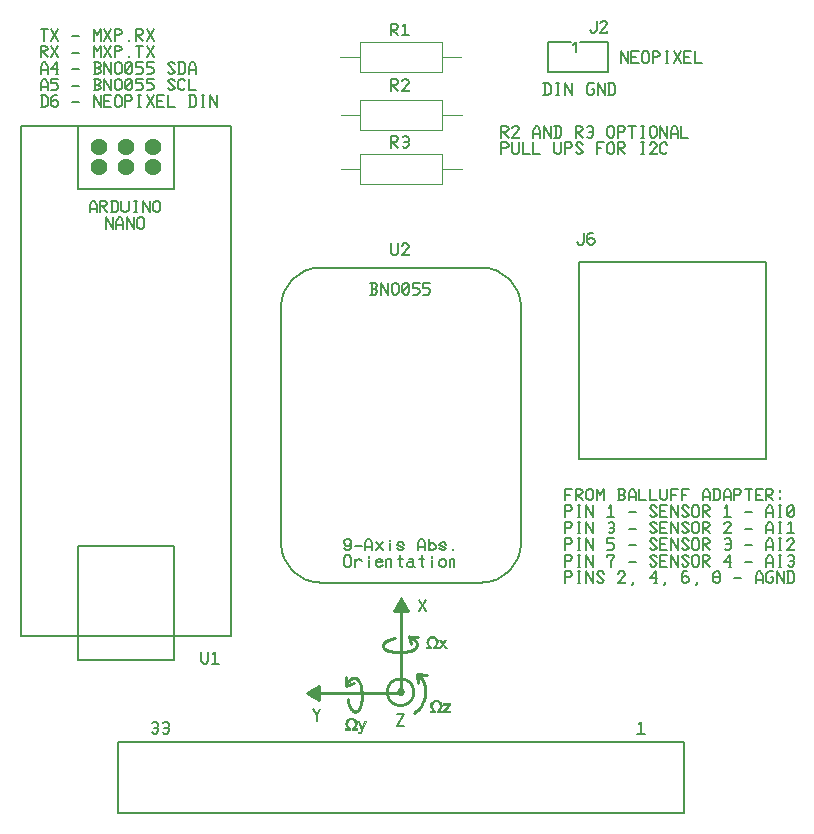
<source format=gbr>
G04 Generated by Ultiboard 14.1 *
%FSLAX24Y24*%
%MOIN*%

%ADD10C,0.0001*%
%ADD11C,0.0061*%
%ADD12C,0.0080*%
%ADD13C,0.0001*%
%ADD14C,0.0100*%
%ADD15C,0.0039*%
%ADD16C,0.02702*%
%ADD17C,0.05657*%


G04 ColorRGB FFFF00 for the following layer *
%LNSilkscreen Top*%
%LPD*%
G54D10*
G54D11*
X22071Y3661D02*
X22149Y3740D01*
X22149Y3347D01*
X22032Y3347D02*
X22267Y3347D01*
X5866Y3701D02*
X5905Y3740D01*
X5984Y3740D01*
X6062Y3661D01*
X6062Y3583D01*
X6023Y3543D01*
X6062Y3504D01*
X6062Y3425D01*
X5984Y3347D01*
X5905Y3347D01*
X5866Y3386D01*
X5905Y3543D02*
X6023Y3543D01*
X6219Y3701D02*
X6258Y3740D01*
X6337Y3740D01*
X6415Y3661D01*
X6415Y3583D01*
X6376Y3543D01*
X6415Y3504D01*
X6415Y3425D01*
X6337Y3347D01*
X6258Y3347D01*
X6219Y3386D01*
X6258Y3543D02*
X6376Y3543D01*
X18899Y24627D02*
X19056Y24627D01*
X19134Y24706D01*
X19134Y24942D01*
X19056Y25021D01*
X18899Y25021D01*
X18938Y25021D02*
X18938Y24627D01*
X19330Y24627D02*
X19409Y24627D01*
X19330Y25021D02*
X19409Y25021D01*
X19370Y24627D02*
X19370Y25021D01*
X19605Y24627D02*
X19605Y25021D01*
X19840Y24627D01*
X19840Y25021D01*
X20506Y24824D02*
X20584Y24824D01*
X20584Y24706D01*
X20506Y24627D01*
X20428Y24627D01*
X20349Y24706D01*
X20349Y24942D01*
X20428Y25021D01*
X20584Y25021D01*
X20702Y24627D02*
X20702Y25021D01*
X20937Y24627D01*
X20937Y25021D01*
X21055Y24627D02*
X21211Y24627D01*
X21290Y24706D01*
X21290Y24942D01*
X21211Y25021D01*
X21055Y25021D01*
X21094Y25021D02*
X21094Y24627D01*
X21479Y25697D02*
X21479Y26091D01*
X21714Y25697D01*
X21714Y26091D01*
X22067Y25697D02*
X21832Y25697D01*
X21832Y25894D01*
X21832Y26091D01*
X22067Y26091D01*
X21832Y25894D02*
X21989Y25894D01*
X22185Y25776D02*
X22263Y25697D01*
X22341Y25697D01*
X22420Y25776D01*
X22420Y26012D01*
X22341Y26091D01*
X22263Y26091D01*
X22185Y26012D01*
X22185Y25776D01*
X22537Y25697D02*
X22537Y26091D01*
X22694Y26091D01*
X22773Y26012D01*
X22773Y25973D01*
X22694Y25894D01*
X22537Y25894D01*
X22969Y25697D02*
X23047Y25697D01*
X22969Y26091D02*
X23047Y26091D01*
X23008Y25697D02*
X23008Y26091D01*
X23243Y26091D02*
X23478Y25697D01*
X23243Y25697D02*
X23478Y26091D01*
X23831Y25697D02*
X23596Y25697D01*
X23596Y25894D01*
X23596Y26091D01*
X23831Y26091D01*
X23596Y25894D02*
X23753Y25894D01*
X23948Y26091D02*
X23948Y25697D01*
X24184Y25697D01*
X19619Y11117D02*
X19619Y11511D01*
X19854Y11511D01*
X19619Y11314D02*
X19776Y11314D01*
X19972Y11117D02*
X19972Y11511D01*
X20129Y11511D01*
X20207Y11432D01*
X20207Y11393D01*
X20129Y11314D01*
X19972Y11314D01*
X20011Y11314D02*
X20207Y11117D01*
X20325Y11196D02*
X20403Y11117D01*
X20481Y11117D01*
X20560Y11196D01*
X20560Y11432D01*
X20481Y11511D01*
X20403Y11511D01*
X20325Y11432D01*
X20325Y11196D01*
X20677Y11117D02*
X20677Y11511D01*
X20795Y11314D01*
X20913Y11511D01*
X20913Y11117D01*
X21383Y11117D02*
X21540Y11117D01*
X21618Y11196D01*
X21618Y11235D01*
X21540Y11314D01*
X21618Y11393D01*
X21618Y11432D01*
X21540Y11511D01*
X21422Y11511D01*
X21383Y11511D01*
X21422Y11314D02*
X21540Y11314D01*
X21422Y11511D02*
X21422Y11117D01*
X21736Y11117D02*
X21736Y11353D01*
X21814Y11511D01*
X21893Y11511D01*
X21971Y11353D01*
X21971Y11117D01*
X21736Y11235D02*
X21971Y11235D01*
X22088Y11511D02*
X22088Y11117D01*
X22324Y11117D01*
X22441Y11511D02*
X22441Y11117D01*
X22676Y11117D01*
X22794Y11511D02*
X22794Y11196D01*
X22872Y11117D01*
X22951Y11117D01*
X23029Y11196D01*
X23029Y11511D01*
X23147Y11117D02*
X23147Y11511D01*
X23382Y11511D01*
X23147Y11314D02*
X23304Y11314D01*
X23500Y11117D02*
X23500Y11511D01*
X23735Y11511D01*
X23500Y11314D02*
X23656Y11314D01*
X24205Y11117D02*
X24205Y11353D01*
X24283Y11511D01*
X24362Y11511D01*
X24440Y11353D01*
X24440Y11117D01*
X24205Y11235D02*
X24440Y11235D01*
X24558Y11117D02*
X24715Y11117D01*
X24793Y11196D01*
X24793Y11432D01*
X24715Y11511D01*
X24558Y11511D01*
X24597Y11511D02*
X24597Y11117D01*
X24911Y11117D02*
X24911Y11353D01*
X24989Y11511D01*
X25067Y11511D01*
X25146Y11353D01*
X25146Y11117D01*
X24911Y11235D02*
X25146Y11235D01*
X25263Y11117D02*
X25263Y11511D01*
X25420Y11511D01*
X25498Y11432D01*
X25498Y11393D01*
X25420Y11314D01*
X25263Y11314D01*
X25734Y11117D02*
X25734Y11511D01*
X25616Y11511D02*
X25851Y11511D01*
X26204Y11117D02*
X25969Y11117D01*
X25969Y11314D01*
X25969Y11511D01*
X26204Y11511D01*
X25969Y11314D02*
X26126Y11314D01*
X26322Y11117D02*
X26322Y11511D01*
X26478Y11511D01*
X26557Y11432D01*
X26557Y11393D01*
X26478Y11314D01*
X26322Y11314D01*
X26361Y11314D02*
X26557Y11117D01*
X26792Y11471D02*
X26792Y11393D01*
X26792Y11156D02*
X26792Y11235D01*
X19619Y10566D02*
X19619Y10959D01*
X19776Y10959D01*
X19854Y10881D01*
X19854Y10841D01*
X19776Y10763D01*
X19619Y10763D01*
X20050Y10566D02*
X20129Y10566D01*
X20050Y10959D02*
X20129Y10959D01*
X20090Y10566D02*
X20090Y10959D01*
X20325Y10566D02*
X20325Y10959D01*
X20560Y10566D01*
X20560Y10959D01*
X21069Y10881D02*
X21148Y10959D01*
X21148Y10566D01*
X21030Y10566D02*
X21265Y10566D01*
X21736Y10723D02*
X21971Y10723D01*
X22441Y10644D02*
X22520Y10566D01*
X22598Y10566D01*
X22676Y10644D01*
X22441Y10881D01*
X22520Y10959D01*
X22598Y10959D01*
X22676Y10881D01*
X23029Y10566D02*
X22794Y10566D01*
X22794Y10763D01*
X22794Y10959D01*
X23029Y10959D01*
X22794Y10763D02*
X22951Y10763D01*
X23147Y10566D02*
X23147Y10959D01*
X23382Y10566D01*
X23382Y10959D01*
X23500Y10644D02*
X23578Y10566D01*
X23656Y10566D01*
X23735Y10644D01*
X23500Y10881D01*
X23578Y10959D01*
X23656Y10959D01*
X23735Y10881D01*
X23852Y10644D02*
X23931Y10566D01*
X24009Y10566D01*
X24087Y10644D01*
X24087Y10881D01*
X24009Y10959D01*
X23931Y10959D01*
X23852Y10881D01*
X23852Y10644D01*
X24205Y10566D02*
X24205Y10959D01*
X24362Y10959D01*
X24440Y10881D01*
X24440Y10841D01*
X24362Y10763D01*
X24205Y10763D01*
X24244Y10763D02*
X24440Y10566D01*
X24950Y10881D02*
X25028Y10959D01*
X25028Y10566D01*
X24911Y10566D02*
X25146Y10566D01*
X25616Y10723D02*
X25851Y10723D01*
X26322Y10566D02*
X26322Y10802D01*
X26400Y10959D01*
X26478Y10959D01*
X26557Y10802D01*
X26557Y10566D01*
X26322Y10684D02*
X26557Y10684D01*
X26753Y10566D02*
X26831Y10566D01*
X26753Y10959D02*
X26831Y10959D01*
X26792Y10566D02*
X26792Y10959D01*
X27027Y10881D02*
X27105Y10959D01*
X27184Y10959D01*
X27262Y10881D01*
X27262Y10644D01*
X27184Y10566D01*
X27105Y10566D01*
X27027Y10644D01*
X27027Y10881D01*
X27262Y10881D02*
X27027Y10644D01*
X19619Y10015D02*
X19619Y10408D01*
X19776Y10408D01*
X19854Y10330D01*
X19854Y10290D01*
X19776Y10211D01*
X19619Y10211D01*
X20050Y10015D02*
X20129Y10015D01*
X20050Y10408D02*
X20129Y10408D01*
X20090Y10015D02*
X20090Y10408D01*
X20325Y10015D02*
X20325Y10408D01*
X20560Y10015D01*
X20560Y10408D01*
X21069Y10369D02*
X21109Y10408D01*
X21187Y10408D01*
X21265Y10330D01*
X21265Y10251D01*
X21226Y10211D01*
X21265Y10172D01*
X21265Y10093D01*
X21187Y10015D01*
X21109Y10015D01*
X21069Y10054D01*
X21109Y10211D02*
X21226Y10211D01*
X21736Y10172D02*
X21971Y10172D01*
X22441Y10093D02*
X22520Y10015D01*
X22598Y10015D01*
X22676Y10093D01*
X22441Y10330D01*
X22520Y10408D01*
X22598Y10408D01*
X22676Y10330D01*
X23029Y10015D02*
X22794Y10015D01*
X22794Y10211D01*
X22794Y10408D01*
X23029Y10408D01*
X22794Y10211D02*
X22951Y10211D01*
X23147Y10015D02*
X23147Y10408D01*
X23382Y10015D01*
X23382Y10408D01*
X23500Y10093D02*
X23578Y10015D01*
X23656Y10015D01*
X23735Y10093D01*
X23500Y10330D01*
X23578Y10408D01*
X23656Y10408D01*
X23735Y10330D01*
X23852Y10093D02*
X23931Y10015D01*
X24009Y10015D01*
X24087Y10093D01*
X24087Y10330D01*
X24009Y10408D01*
X23931Y10408D01*
X23852Y10330D01*
X23852Y10093D01*
X24205Y10015D02*
X24205Y10408D01*
X24362Y10408D01*
X24440Y10330D01*
X24440Y10290D01*
X24362Y10211D01*
X24205Y10211D01*
X24244Y10211D02*
X24440Y10015D01*
X24911Y10330D02*
X24989Y10408D01*
X25067Y10408D01*
X25146Y10330D01*
X25146Y10290D01*
X24911Y10015D01*
X25146Y10015D01*
X25146Y10054D01*
X25616Y10172D02*
X25851Y10172D01*
X26322Y10015D02*
X26322Y10251D01*
X26400Y10408D01*
X26478Y10408D01*
X26557Y10251D01*
X26557Y10015D01*
X26322Y10133D02*
X26557Y10133D01*
X26753Y10015D02*
X26831Y10015D01*
X26753Y10408D02*
X26831Y10408D01*
X26792Y10015D02*
X26792Y10408D01*
X27066Y10330D02*
X27145Y10408D01*
X27145Y10015D01*
X27027Y10015D02*
X27262Y10015D01*
X19619Y9463D02*
X19619Y9857D01*
X19776Y9857D01*
X19854Y9778D01*
X19854Y9739D01*
X19776Y9660D01*
X19619Y9660D01*
X20050Y9463D02*
X20129Y9463D01*
X20050Y9857D02*
X20129Y9857D01*
X20090Y9463D02*
X20090Y9857D01*
X20325Y9463D02*
X20325Y9857D01*
X20560Y9463D01*
X20560Y9857D01*
X21265Y9857D02*
X21030Y9857D01*
X21030Y9700D01*
X21187Y9700D01*
X21265Y9621D01*
X21265Y9542D01*
X21187Y9463D01*
X21030Y9463D01*
X21736Y9621D02*
X21971Y9621D01*
X22441Y9542D02*
X22520Y9463D01*
X22598Y9463D01*
X22676Y9542D01*
X22441Y9778D01*
X22520Y9857D01*
X22598Y9857D01*
X22676Y9778D01*
X23029Y9463D02*
X22794Y9463D01*
X22794Y9660D01*
X22794Y9857D01*
X23029Y9857D01*
X22794Y9660D02*
X22951Y9660D01*
X23147Y9463D02*
X23147Y9857D01*
X23382Y9463D01*
X23382Y9857D01*
X23500Y9542D02*
X23578Y9463D01*
X23656Y9463D01*
X23735Y9542D01*
X23500Y9778D01*
X23578Y9857D01*
X23656Y9857D01*
X23735Y9778D01*
X23852Y9542D02*
X23931Y9463D01*
X24009Y9463D01*
X24087Y9542D01*
X24087Y9778D01*
X24009Y9857D01*
X23931Y9857D01*
X23852Y9778D01*
X23852Y9542D01*
X24205Y9463D02*
X24205Y9857D01*
X24362Y9857D01*
X24440Y9778D01*
X24440Y9739D01*
X24362Y9660D01*
X24205Y9660D01*
X24244Y9660D02*
X24440Y9463D01*
X24950Y9818D02*
X24989Y9857D01*
X25067Y9857D01*
X25146Y9778D01*
X25146Y9700D01*
X25107Y9660D01*
X25146Y9621D01*
X25146Y9542D01*
X25067Y9463D01*
X24989Y9463D01*
X24950Y9503D01*
X24989Y9660D02*
X25107Y9660D01*
X25616Y9621D02*
X25851Y9621D01*
X26322Y9463D02*
X26322Y9700D01*
X26400Y9857D01*
X26478Y9857D01*
X26557Y9700D01*
X26557Y9463D01*
X26322Y9581D02*
X26557Y9581D01*
X26753Y9463D02*
X26831Y9463D01*
X26753Y9857D02*
X26831Y9857D01*
X26792Y9463D02*
X26792Y9857D01*
X27027Y9778D02*
X27105Y9857D01*
X27184Y9857D01*
X27262Y9778D01*
X27262Y9739D01*
X27027Y9463D01*
X27262Y9463D01*
X27262Y9503D01*
X19619Y8912D02*
X19619Y9306D01*
X19776Y9306D01*
X19854Y9227D01*
X19854Y9188D01*
X19776Y9109D01*
X19619Y9109D01*
X20050Y8912D02*
X20129Y8912D01*
X20050Y9306D02*
X20129Y9306D01*
X20090Y8912D02*
X20090Y9306D01*
X20325Y8912D02*
X20325Y9306D01*
X20560Y8912D01*
X20560Y9306D01*
X21148Y8912D02*
X21148Y9109D01*
X21265Y9227D01*
X21265Y9306D01*
X21030Y9306D01*
X21030Y9227D01*
X21736Y9070D02*
X21971Y9070D01*
X22441Y8991D02*
X22520Y8912D01*
X22598Y8912D01*
X22676Y8991D01*
X22441Y9227D01*
X22520Y9306D01*
X22598Y9306D01*
X22676Y9227D01*
X23029Y8912D02*
X22794Y8912D01*
X22794Y9109D01*
X22794Y9306D01*
X23029Y9306D01*
X22794Y9109D02*
X22951Y9109D01*
X23147Y8912D02*
X23147Y9306D01*
X23382Y8912D01*
X23382Y9306D01*
X23500Y8991D02*
X23578Y8912D01*
X23656Y8912D01*
X23735Y8991D01*
X23500Y9227D01*
X23578Y9306D01*
X23656Y9306D01*
X23735Y9227D01*
X23852Y8991D02*
X23931Y8912D01*
X24009Y8912D01*
X24087Y8991D01*
X24087Y9227D01*
X24009Y9306D01*
X23931Y9306D01*
X23852Y9227D01*
X23852Y8991D01*
X24205Y8912D02*
X24205Y9306D01*
X24362Y9306D01*
X24440Y9227D01*
X24440Y9188D01*
X24362Y9109D01*
X24205Y9109D01*
X24244Y9109D02*
X24440Y8912D01*
X25146Y9070D02*
X24911Y9070D01*
X25107Y9306D01*
X25107Y8912D01*
X25067Y8912D02*
X25146Y8912D01*
X25616Y9070D02*
X25851Y9070D01*
X26322Y8912D02*
X26322Y9148D01*
X26400Y9306D01*
X26478Y9306D01*
X26557Y9148D01*
X26557Y8912D01*
X26322Y9030D02*
X26557Y9030D01*
X26753Y8912D02*
X26831Y8912D01*
X26753Y9306D02*
X26831Y9306D01*
X26792Y8912D02*
X26792Y9306D01*
X27066Y9267D02*
X27105Y9306D01*
X27184Y9306D01*
X27262Y9227D01*
X27262Y9148D01*
X27223Y9109D01*
X27262Y9070D01*
X27262Y8991D01*
X27184Y8912D01*
X27105Y8912D01*
X27066Y8952D01*
X27105Y9109D02*
X27223Y9109D01*
X19619Y8361D02*
X19619Y8755D01*
X19776Y8755D01*
X19854Y8676D01*
X19854Y8637D01*
X19776Y8558D01*
X19619Y8558D01*
X20050Y8361D02*
X20129Y8361D01*
X20050Y8755D02*
X20129Y8755D01*
X20090Y8361D02*
X20090Y8755D01*
X20325Y8361D02*
X20325Y8755D01*
X20560Y8361D01*
X20560Y8755D01*
X20677Y8440D02*
X20756Y8361D01*
X20834Y8361D01*
X20913Y8440D01*
X20677Y8676D01*
X20756Y8755D01*
X20834Y8755D01*
X20913Y8676D01*
X21383Y8676D02*
X21461Y8755D01*
X21540Y8755D01*
X21618Y8676D01*
X21618Y8637D01*
X21383Y8361D01*
X21618Y8361D01*
X21618Y8400D01*
X21893Y8400D02*
X21893Y8322D01*
X21853Y8282D01*
X22676Y8519D02*
X22441Y8519D01*
X22637Y8755D01*
X22637Y8361D01*
X22598Y8361D02*
X22676Y8361D01*
X22951Y8400D02*
X22951Y8322D01*
X22912Y8282D01*
X23695Y8755D02*
X23578Y8755D01*
X23500Y8676D01*
X23500Y8519D01*
X23500Y8440D01*
X23578Y8361D01*
X23656Y8361D01*
X23735Y8440D01*
X23735Y8519D01*
X23656Y8597D01*
X23578Y8597D01*
X23500Y8519D01*
X24009Y8400D02*
X24009Y8322D01*
X23970Y8282D01*
X24715Y8361D02*
X24636Y8361D01*
X24558Y8440D01*
X24558Y8519D01*
X24597Y8558D01*
X24558Y8597D01*
X24558Y8676D01*
X24636Y8755D01*
X24715Y8755D01*
X24793Y8676D01*
X24793Y8597D01*
X24754Y8558D01*
X24793Y8519D01*
X24793Y8440D01*
X24715Y8361D01*
X24597Y8558D02*
X24754Y8558D01*
X25263Y8519D02*
X25498Y8519D01*
X25969Y8361D02*
X25969Y8597D01*
X26047Y8755D01*
X26126Y8755D01*
X26204Y8597D01*
X26204Y8361D01*
X25969Y8479D02*
X26204Y8479D01*
X26478Y8558D02*
X26557Y8558D01*
X26557Y8440D01*
X26478Y8361D01*
X26400Y8361D01*
X26322Y8440D01*
X26322Y8676D01*
X26400Y8755D01*
X26557Y8755D01*
X26674Y8361D02*
X26674Y8755D01*
X26909Y8361D01*
X26909Y8755D01*
X27027Y8361D02*
X27184Y8361D01*
X27262Y8440D01*
X27262Y8676D01*
X27184Y8755D01*
X27027Y8755D01*
X27066Y8755D02*
X27066Y8361D01*
X17499Y23207D02*
X17499Y23601D01*
X17656Y23601D01*
X17734Y23522D01*
X17734Y23483D01*
X17656Y23404D01*
X17499Y23404D01*
X17538Y23404D02*
X17734Y23207D01*
X17852Y23522D02*
X17930Y23601D01*
X18009Y23601D01*
X18087Y23522D01*
X18087Y23483D01*
X17852Y23207D01*
X18087Y23207D01*
X18087Y23246D01*
X18557Y23207D02*
X18557Y23443D01*
X18636Y23601D01*
X18714Y23601D01*
X18793Y23443D01*
X18793Y23207D01*
X18557Y23325D02*
X18793Y23325D01*
X18910Y23207D02*
X18910Y23601D01*
X19145Y23207D01*
X19145Y23601D01*
X19263Y23207D02*
X19420Y23207D01*
X19498Y23286D01*
X19498Y23522D01*
X19420Y23601D01*
X19263Y23601D01*
X19302Y23601D02*
X19302Y23207D01*
X19968Y23207D02*
X19968Y23601D01*
X20125Y23601D01*
X20204Y23522D01*
X20204Y23483D01*
X20125Y23404D01*
X19968Y23404D01*
X20008Y23404D02*
X20204Y23207D01*
X20360Y23561D02*
X20400Y23601D01*
X20478Y23601D01*
X20556Y23522D01*
X20556Y23443D01*
X20517Y23404D01*
X20556Y23364D01*
X20556Y23286D01*
X20478Y23207D01*
X20400Y23207D01*
X20360Y23246D01*
X20400Y23404D02*
X20517Y23404D01*
X21027Y23286D02*
X21105Y23207D01*
X21184Y23207D01*
X21262Y23286D01*
X21262Y23522D01*
X21184Y23601D01*
X21105Y23601D01*
X21027Y23522D01*
X21027Y23286D01*
X21380Y23207D02*
X21380Y23601D01*
X21536Y23601D01*
X21615Y23522D01*
X21615Y23483D01*
X21536Y23404D01*
X21380Y23404D01*
X21850Y23207D02*
X21850Y23601D01*
X21732Y23601D02*
X21967Y23601D01*
X22163Y23207D02*
X22242Y23207D01*
X22163Y23601D02*
X22242Y23601D01*
X22203Y23207D02*
X22203Y23601D01*
X22438Y23286D02*
X22516Y23207D01*
X22595Y23207D01*
X22673Y23286D01*
X22673Y23522D01*
X22595Y23601D01*
X22516Y23601D01*
X22438Y23522D01*
X22438Y23286D01*
X22791Y23207D02*
X22791Y23601D01*
X23026Y23207D01*
X23026Y23601D01*
X23143Y23207D02*
X23143Y23443D01*
X23222Y23601D01*
X23300Y23601D01*
X23378Y23443D01*
X23378Y23207D01*
X23143Y23325D02*
X23378Y23325D01*
X23496Y23601D02*
X23496Y23207D01*
X23731Y23207D01*
X17499Y22656D02*
X17499Y23049D01*
X17656Y23049D01*
X17734Y22971D01*
X17734Y22931D01*
X17656Y22853D01*
X17499Y22853D01*
X17852Y23049D02*
X17852Y22734D01*
X17930Y22656D01*
X18009Y22656D01*
X18087Y22734D01*
X18087Y23049D01*
X18205Y23049D02*
X18205Y22656D01*
X18440Y22656D01*
X18557Y23049D02*
X18557Y22656D01*
X18793Y22656D01*
X19263Y23049D02*
X19263Y22734D01*
X19341Y22656D01*
X19420Y22656D01*
X19498Y22734D01*
X19498Y23049D01*
X19616Y22656D02*
X19616Y23049D01*
X19773Y23049D01*
X19851Y22971D01*
X19851Y22931D01*
X19773Y22853D01*
X19616Y22853D01*
X19968Y22734D02*
X20047Y22656D01*
X20125Y22656D01*
X20204Y22734D01*
X19968Y22971D01*
X20047Y23049D01*
X20125Y23049D01*
X20204Y22971D01*
X20674Y22656D02*
X20674Y23049D01*
X20909Y23049D01*
X20674Y22853D02*
X20831Y22853D01*
X21027Y22734D02*
X21105Y22656D01*
X21184Y22656D01*
X21262Y22734D01*
X21262Y22971D01*
X21184Y23049D01*
X21105Y23049D01*
X21027Y22971D01*
X21027Y22734D01*
X21380Y22656D02*
X21380Y23049D01*
X21536Y23049D01*
X21615Y22971D01*
X21615Y22931D01*
X21536Y22853D01*
X21380Y22853D01*
X21419Y22853D02*
X21615Y22656D01*
X22163Y22656D02*
X22242Y22656D01*
X22163Y23049D02*
X22242Y23049D01*
X22203Y22656D02*
X22203Y23049D01*
X22438Y22971D02*
X22516Y23049D01*
X22595Y23049D01*
X22673Y22971D01*
X22673Y22931D01*
X22438Y22656D01*
X22673Y22656D01*
X22673Y22695D01*
X23026Y22734D02*
X22947Y22656D01*
X22869Y22656D01*
X22791Y22734D01*
X22791Y22971D01*
X22869Y23049D01*
X22947Y23049D01*
X23026Y22971D01*
X2257Y26437D02*
X2257Y26831D01*
X2139Y26831D02*
X2374Y26831D01*
X2492Y26831D02*
X2727Y26437D01*
X2492Y26437D02*
X2727Y26831D01*
X3197Y26594D02*
X3433Y26594D01*
X3903Y26437D02*
X3903Y26831D01*
X4021Y26634D01*
X4138Y26831D01*
X4138Y26437D01*
X4256Y26831D02*
X4491Y26437D01*
X4256Y26437D02*
X4491Y26831D01*
X4608Y26437D02*
X4608Y26831D01*
X4765Y26831D01*
X4844Y26752D01*
X4844Y26713D01*
X4765Y26634D01*
X4608Y26634D01*
X5079Y26437D02*
X5079Y26476D01*
X5314Y26437D02*
X5314Y26831D01*
X5471Y26831D01*
X5549Y26752D01*
X5549Y26713D01*
X5471Y26634D01*
X5314Y26634D01*
X5353Y26634D02*
X5549Y26437D01*
X5667Y26831D02*
X5902Y26437D01*
X5667Y26437D02*
X5902Y26831D01*
X2139Y25886D02*
X2139Y26279D01*
X2296Y26279D01*
X2374Y26201D01*
X2374Y26161D01*
X2296Y26083D01*
X2139Y26083D01*
X2178Y26083D02*
X2374Y25886D01*
X2492Y26279D02*
X2727Y25886D01*
X2492Y25886D02*
X2727Y26279D01*
X3197Y26043D02*
X3433Y26043D01*
X3903Y25886D02*
X3903Y26279D01*
X4021Y26083D01*
X4138Y26279D01*
X4138Y25886D01*
X4256Y26279D02*
X4491Y25886D01*
X4256Y25886D02*
X4491Y26279D01*
X4608Y25886D02*
X4608Y26279D01*
X4765Y26279D01*
X4844Y26201D01*
X4844Y26161D01*
X4765Y26083D01*
X4608Y26083D01*
X5079Y25886D02*
X5079Y25925D01*
X5432Y25886D02*
X5432Y26279D01*
X5314Y26279D02*
X5549Y26279D01*
X5667Y26279D02*
X5902Y25886D01*
X5667Y25886D02*
X5902Y26279D01*
X2139Y25335D02*
X2139Y25571D01*
X2218Y25728D01*
X2296Y25728D01*
X2374Y25571D01*
X2374Y25335D01*
X2139Y25453D02*
X2374Y25453D01*
X2727Y25492D02*
X2492Y25492D01*
X2688Y25728D01*
X2688Y25335D01*
X2649Y25335D02*
X2727Y25335D01*
X3197Y25492D02*
X3433Y25492D01*
X3903Y25335D02*
X4060Y25335D01*
X4138Y25413D01*
X4138Y25453D01*
X4060Y25531D01*
X4138Y25610D01*
X4138Y25650D01*
X4060Y25728D01*
X3942Y25728D01*
X3903Y25728D01*
X3942Y25531D02*
X4060Y25531D01*
X3942Y25728D02*
X3942Y25335D01*
X4256Y25335D02*
X4256Y25728D01*
X4491Y25335D01*
X4491Y25728D01*
X4608Y25413D02*
X4687Y25335D01*
X4765Y25335D01*
X4844Y25413D01*
X4844Y25650D01*
X4765Y25728D01*
X4687Y25728D01*
X4608Y25650D01*
X4608Y25413D01*
X4961Y25650D02*
X5040Y25728D01*
X5118Y25728D01*
X5196Y25650D01*
X5196Y25413D01*
X5118Y25335D01*
X5040Y25335D01*
X4961Y25413D01*
X4961Y25650D01*
X5196Y25650D02*
X4961Y25413D01*
X5549Y25728D02*
X5314Y25728D01*
X5314Y25571D01*
X5471Y25571D01*
X5549Y25492D01*
X5549Y25413D01*
X5471Y25335D01*
X5314Y25335D01*
X5902Y25728D02*
X5667Y25728D01*
X5667Y25571D01*
X5824Y25571D01*
X5902Y25492D01*
X5902Y25413D01*
X5824Y25335D01*
X5667Y25335D01*
X6372Y25413D02*
X6451Y25335D01*
X6529Y25335D01*
X6607Y25413D01*
X6372Y25650D01*
X6451Y25728D01*
X6529Y25728D01*
X6607Y25650D01*
X6725Y25335D02*
X6882Y25335D01*
X6960Y25413D01*
X6960Y25650D01*
X6882Y25728D01*
X6725Y25728D01*
X6764Y25728D02*
X6764Y25335D01*
X7078Y25335D02*
X7078Y25571D01*
X7156Y25728D01*
X7235Y25728D01*
X7313Y25571D01*
X7313Y25335D01*
X7078Y25453D02*
X7313Y25453D01*
X2139Y24783D02*
X2139Y25020D01*
X2218Y25177D01*
X2296Y25177D01*
X2374Y25020D01*
X2374Y24783D01*
X2139Y24901D02*
X2374Y24901D01*
X2727Y25177D02*
X2492Y25177D01*
X2492Y25020D01*
X2649Y25020D01*
X2727Y24941D01*
X2727Y24862D01*
X2649Y24783D01*
X2492Y24783D01*
X3197Y24941D02*
X3433Y24941D01*
X3903Y24783D02*
X4060Y24783D01*
X4138Y24862D01*
X4138Y24901D01*
X4060Y24980D01*
X4138Y25059D01*
X4138Y25098D01*
X4060Y25177D01*
X3942Y25177D01*
X3903Y25177D01*
X3942Y24980D02*
X4060Y24980D01*
X3942Y25177D02*
X3942Y24783D01*
X4256Y24783D02*
X4256Y25177D01*
X4491Y24783D01*
X4491Y25177D01*
X4608Y24862D02*
X4687Y24783D01*
X4765Y24783D01*
X4844Y24862D01*
X4844Y25098D01*
X4765Y25177D01*
X4687Y25177D01*
X4608Y25098D01*
X4608Y24862D01*
X4961Y25098D02*
X5040Y25177D01*
X5118Y25177D01*
X5196Y25098D01*
X5196Y24862D01*
X5118Y24783D01*
X5040Y24783D01*
X4961Y24862D01*
X4961Y25098D01*
X5196Y25098D02*
X4961Y24862D01*
X5549Y25177D02*
X5314Y25177D01*
X5314Y25020D01*
X5471Y25020D01*
X5549Y24941D01*
X5549Y24862D01*
X5471Y24783D01*
X5314Y24783D01*
X5902Y25177D02*
X5667Y25177D01*
X5667Y25020D01*
X5824Y25020D01*
X5902Y24941D01*
X5902Y24862D01*
X5824Y24783D01*
X5667Y24783D01*
X6372Y24862D02*
X6451Y24783D01*
X6529Y24783D01*
X6607Y24862D01*
X6372Y25098D01*
X6451Y25177D01*
X6529Y25177D01*
X6607Y25098D01*
X6960Y24862D02*
X6882Y24783D01*
X6803Y24783D01*
X6725Y24862D01*
X6725Y25098D01*
X6803Y25177D01*
X6882Y25177D01*
X6960Y25098D01*
X7078Y25177D02*
X7078Y24783D01*
X7313Y24783D01*
X2139Y24232D02*
X2296Y24232D01*
X2374Y24311D01*
X2374Y24547D01*
X2296Y24626D01*
X2139Y24626D01*
X2178Y24626D02*
X2178Y24232D01*
X2688Y24626D02*
X2570Y24626D01*
X2492Y24547D01*
X2492Y24390D01*
X2492Y24311D01*
X2570Y24232D01*
X2649Y24232D01*
X2727Y24311D01*
X2727Y24390D01*
X2649Y24468D01*
X2570Y24468D01*
X2492Y24390D01*
X3197Y24390D02*
X3433Y24390D01*
X3903Y24232D02*
X3903Y24626D01*
X4138Y24232D01*
X4138Y24626D01*
X4491Y24232D02*
X4256Y24232D01*
X4256Y24429D01*
X4256Y24626D01*
X4491Y24626D01*
X4256Y24429D02*
X4413Y24429D01*
X4608Y24311D02*
X4687Y24232D01*
X4765Y24232D01*
X4844Y24311D01*
X4844Y24547D01*
X4765Y24626D01*
X4687Y24626D01*
X4608Y24547D01*
X4608Y24311D01*
X4961Y24232D02*
X4961Y24626D01*
X5118Y24626D01*
X5196Y24547D01*
X5196Y24508D01*
X5118Y24429D01*
X4961Y24429D01*
X5392Y24232D02*
X5471Y24232D01*
X5392Y24626D02*
X5471Y24626D01*
X5432Y24232D02*
X5432Y24626D01*
X5667Y24626D02*
X5902Y24232D01*
X5667Y24232D02*
X5902Y24626D01*
X6255Y24232D02*
X6020Y24232D01*
X6020Y24429D01*
X6020Y24626D01*
X6255Y24626D01*
X6020Y24429D02*
X6176Y24429D01*
X6372Y24626D02*
X6372Y24232D01*
X6607Y24232D01*
X7078Y24232D02*
X7235Y24232D01*
X7313Y24311D01*
X7313Y24547D01*
X7235Y24626D01*
X7078Y24626D01*
X7117Y24626D02*
X7117Y24232D01*
X7509Y24232D02*
X7587Y24232D01*
X7509Y24626D02*
X7587Y24626D01*
X7548Y24232D02*
X7548Y24626D01*
X7783Y24232D02*
X7783Y24626D01*
X8018Y24232D01*
X8018Y24626D01*
X11219Y4171D02*
X11337Y3974D01*
X11454Y4171D01*
X11337Y3974D02*
X11337Y3777D01*
X14019Y3991D02*
X14254Y3991D01*
X14019Y3597D01*
X14254Y3597D01*
X14739Y7811D02*
X14974Y7417D01*
X14739Y7417D02*
X14974Y7811D01*
X20436Y26793D02*
X20515Y26714D01*
X20593Y26714D01*
X20672Y26793D01*
X20672Y27108D01*
X20789Y27029D02*
X20868Y27108D01*
X20946Y27108D01*
X21024Y27029D01*
X21024Y26990D01*
X20789Y26714D01*
X21024Y26714D01*
X21024Y26754D01*
X13131Y17973D02*
X13288Y17973D01*
X13366Y18051D01*
X13366Y18091D01*
X13288Y18169D01*
X13366Y18248D01*
X13366Y18287D01*
X13288Y18366D01*
X13170Y18366D01*
X13131Y18366D01*
X13170Y18169D02*
X13288Y18169D01*
X13170Y18366D02*
X13170Y17973D01*
X13484Y17973D02*
X13484Y18366D01*
X13719Y17973D01*
X13719Y18366D01*
X13836Y18051D02*
X13915Y17973D01*
X13993Y17973D01*
X14072Y18051D01*
X14072Y18287D01*
X13993Y18366D01*
X13915Y18366D01*
X13836Y18287D01*
X13836Y18051D01*
X14189Y18287D02*
X14268Y18366D01*
X14346Y18366D01*
X14424Y18287D01*
X14424Y18051D01*
X14346Y17973D01*
X14268Y17973D01*
X14189Y18051D01*
X14189Y18287D01*
X14424Y18287D02*
X14189Y18051D01*
X14777Y18366D02*
X14542Y18366D01*
X14542Y18209D01*
X14699Y18209D01*
X14777Y18130D01*
X14777Y18051D01*
X14699Y17973D01*
X14542Y17973D01*
X15130Y18366D02*
X14895Y18366D01*
X14895Y18209D01*
X15051Y18209D01*
X15130Y18130D01*
X15130Y18051D01*
X15051Y17973D01*
X14895Y17973D01*
X12249Y9527D02*
X12327Y9448D01*
X12406Y9448D01*
X12484Y9527D01*
X12484Y9684D01*
X12484Y9763D01*
X12406Y9842D01*
X12327Y9842D01*
X12249Y9763D01*
X12249Y9684D01*
X12327Y9606D01*
X12406Y9606D01*
X12484Y9684D01*
X12602Y9606D02*
X12837Y9606D01*
X12955Y9448D02*
X12955Y9684D01*
X13033Y9842D01*
X13111Y9842D01*
X13190Y9684D01*
X13190Y9448D01*
X12955Y9566D02*
X13190Y9566D01*
X13307Y9448D02*
X13542Y9724D01*
X13307Y9724D02*
X13542Y9448D01*
X13778Y9448D02*
X13778Y9684D01*
X13778Y9763D02*
X13778Y9802D01*
X14013Y9527D02*
X14091Y9448D01*
X14170Y9448D01*
X14248Y9527D01*
X14013Y9645D01*
X14091Y9724D01*
X14170Y9724D01*
X14248Y9645D01*
X14718Y9448D02*
X14718Y9684D01*
X14797Y9842D01*
X14875Y9842D01*
X14953Y9684D01*
X14953Y9448D01*
X14718Y9566D02*
X14953Y9566D01*
X15071Y9527D02*
X15149Y9448D01*
X15228Y9448D01*
X15306Y9527D01*
X15306Y9606D01*
X15228Y9684D01*
X15149Y9684D01*
X15071Y9606D01*
X15071Y9842D02*
X15071Y9448D01*
X15424Y9527D02*
X15502Y9448D01*
X15581Y9448D01*
X15659Y9527D01*
X15424Y9645D01*
X15502Y9724D01*
X15581Y9724D01*
X15659Y9645D01*
X15894Y9448D02*
X15894Y9487D01*
X12249Y8976D02*
X12327Y8897D01*
X12406Y8897D01*
X12484Y8976D01*
X12484Y9212D01*
X12406Y9291D01*
X12327Y9291D01*
X12249Y9212D01*
X12249Y8976D01*
X12602Y9054D02*
X12719Y9173D01*
X12759Y9173D01*
X12837Y9094D01*
X12602Y8897D02*
X12602Y9173D01*
X13072Y8897D02*
X13072Y9133D01*
X13072Y9212D02*
X13072Y9251D01*
X13542Y8976D02*
X13464Y8897D01*
X13386Y8897D01*
X13307Y8976D01*
X13307Y9094D01*
X13386Y9173D01*
X13464Y9173D01*
X13542Y9094D01*
X13503Y9054D01*
X13307Y9054D01*
X13660Y8897D02*
X13660Y9133D01*
X13660Y9173D01*
X13660Y9133D02*
X13699Y9173D01*
X13778Y9173D01*
X13817Y9133D01*
X13817Y8897D01*
X14209Y8936D02*
X14170Y8897D01*
X14130Y8936D01*
X14130Y9291D01*
X14052Y9173D02*
X14209Y9173D01*
X14405Y9173D02*
X14522Y9173D01*
X14562Y9133D01*
X14562Y8936D01*
X14522Y8897D01*
X14405Y8897D01*
X14366Y8936D01*
X14366Y9015D01*
X14405Y9054D01*
X14562Y9054D01*
X14562Y8936D02*
X14601Y8897D01*
X14914Y8936D02*
X14875Y8897D01*
X14836Y8936D01*
X14836Y9291D01*
X14758Y9173D02*
X14914Y9173D01*
X15189Y8897D02*
X15189Y9133D01*
X15189Y9212D02*
X15189Y9251D01*
X15424Y8976D02*
X15502Y8897D01*
X15581Y8897D01*
X15659Y8976D01*
X15659Y9094D01*
X15581Y9173D01*
X15502Y9173D01*
X15424Y9094D01*
X15424Y8976D01*
X15777Y8897D02*
X15777Y9133D01*
X15777Y9173D01*
X15777Y9133D02*
X15816Y9173D01*
X15894Y9173D01*
X15933Y9133D01*
X15933Y8897D01*
X3775Y20718D02*
X3775Y20954D01*
X3853Y21112D01*
X3931Y21112D01*
X4010Y20954D01*
X4010Y20718D01*
X3775Y20836D02*
X4010Y20836D01*
X4127Y20718D02*
X4127Y21112D01*
X4284Y21112D01*
X4362Y21033D01*
X4362Y20994D01*
X4284Y20915D01*
X4127Y20915D01*
X4167Y20915D02*
X4362Y20718D01*
X4480Y20718D02*
X4637Y20718D01*
X4715Y20797D01*
X4715Y21033D01*
X4637Y21112D01*
X4480Y21112D01*
X4519Y21112D02*
X4519Y20718D01*
X4833Y21112D02*
X4833Y20797D01*
X4911Y20718D01*
X4990Y20718D01*
X5068Y20797D01*
X5068Y21112D01*
X5264Y20718D02*
X5342Y20718D01*
X5264Y21112D02*
X5342Y21112D01*
X5303Y20718D02*
X5303Y21112D01*
X5538Y20718D02*
X5538Y21112D01*
X5773Y20718D01*
X5773Y21112D01*
X5891Y20797D02*
X5969Y20718D01*
X6048Y20718D01*
X6126Y20797D01*
X6126Y21033D01*
X6048Y21112D01*
X5969Y21112D01*
X5891Y21033D01*
X5891Y20797D01*
X4304Y20167D02*
X4304Y20561D01*
X4539Y20167D01*
X4539Y20561D01*
X4656Y20167D02*
X4656Y20403D01*
X4735Y20561D01*
X4813Y20561D01*
X4892Y20403D01*
X4892Y20167D01*
X4656Y20285D02*
X4892Y20285D01*
X5009Y20167D02*
X5009Y20561D01*
X5244Y20167D01*
X5244Y20561D01*
X5362Y20246D02*
X5440Y20167D01*
X5519Y20167D01*
X5597Y20246D01*
X5597Y20482D01*
X5519Y20561D01*
X5440Y20561D01*
X5362Y20482D01*
X5362Y20246D01*
G54D12*
X23593Y3063D02*
X4703Y3063D01*
X4703Y700D01*
X23593Y700D01*
X23593Y3063D01*
X21050Y25394D02*
X19050Y25394D01*
X19800Y26394D02*
X19050Y26394D01*
X19050Y25394D01*
X21050Y26394D02*
X20133Y26394D01*
X19967Y26394D02*
X19967Y26061D01*
X19883Y26311D02*
X19967Y26394D01*
X21050Y26394D02*
X21050Y25394D01*
X13812Y19691D02*
X13812Y19376D01*
X13891Y19297D01*
X13970Y19297D01*
X14049Y19376D01*
X14049Y19691D01*
X14167Y19612D02*
X14246Y19691D01*
X14324Y19691D01*
X14403Y19612D01*
X14403Y19573D01*
X14167Y19297D01*
X14403Y19297D01*
X14403Y19336D01*
X10150Y17568D02*
X10150Y9692D01*
G75*
D01*
G03X11462Y8380I1312J0*
G01*
X16838Y8380D01*
G75*
D01*
G03X18150Y9692I0J1312*
G01*
X18150Y17568D01*
G74*
D01*
G03X16838Y18880I1312J0*
G01*
X11462Y18880D01*
G75*
D01*
G03X10150Y17568I0J-1312*
G01*
X20009Y19716D02*
X20088Y19637D01*
X20167Y19637D01*
X20246Y19716D01*
X20246Y20031D01*
X20561Y20031D02*
X20442Y20031D01*
X20364Y19952D01*
X20364Y19794D01*
X20364Y19716D01*
X20442Y19637D01*
X20521Y19637D01*
X20600Y19716D01*
X20600Y19794D01*
X20521Y19873D01*
X20442Y19873D01*
X20364Y19794D01*
X26326Y19069D02*
X20074Y19069D01*
X20074Y12510D01*
X26326Y12510D01*
X26326Y19069D01*
X7489Y6071D02*
X7489Y5756D01*
X7568Y5677D01*
X7647Y5677D01*
X7726Y5756D01*
X7726Y6071D01*
X7883Y5992D02*
X7962Y6071D01*
X7962Y5677D01*
X7844Y5677D02*
X8080Y5677D01*
X1470Y23600D02*
X8470Y23600D01*
X8470Y6600D01*
X1470Y6600D01*
X1470Y23600D01*
X3370Y23600D02*
X6570Y23600D01*
X6570Y21500D01*
X3370Y21500D01*
X3370Y23600D01*
X3370Y9600D02*
X6570Y9600D01*
X6570Y5800D01*
X3370Y5800D01*
X3370Y9600D01*
X13814Y22877D02*
X13814Y23271D01*
X13971Y23271D01*
X14049Y23192D01*
X14049Y23153D01*
X13971Y23074D01*
X13814Y23074D01*
X13853Y23074D02*
X14049Y22877D01*
X14206Y23231D02*
X14245Y23271D01*
X14323Y23271D01*
X14402Y23192D01*
X14402Y23113D01*
X14363Y23074D01*
X14402Y23034D01*
X14402Y22956D01*
X14323Y22877D01*
X14245Y22877D01*
X14206Y22916D01*
X14245Y23074D02*
X14363Y23074D01*
X13814Y24767D02*
X13814Y25161D01*
X13971Y25161D01*
X14049Y25082D01*
X14049Y25043D01*
X13971Y24964D01*
X13814Y24964D01*
X13853Y24964D02*
X14049Y24767D01*
X14167Y25082D02*
X14245Y25161D01*
X14323Y25161D01*
X14402Y25082D01*
X14402Y25043D01*
X14167Y24767D01*
X14402Y24767D01*
X14402Y24806D01*
X13814Y26617D02*
X13814Y27011D01*
X13971Y27011D01*
X14049Y26932D01*
X14049Y26893D01*
X13971Y26814D01*
X13814Y26814D01*
X13853Y26814D02*
X14049Y26617D01*
X14206Y26932D02*
X14284Y27011D01*
X14284Y26617D01*
X14167Y26617D02*
X14402Y26617D01*
G54D13*
G36*
X15445Y4303D02*
X15445Y4303D01*
X15450Y4413D01*
X15427Y4357D01*
X15445Y4303D01*
D02*
G37*
X15450Y4413D01*
X15427Y4357D01*
X15445Y4303D01*
G36*
X15450Y4413D02*
X15450Y4413D01*
X15445Y4303D01*
X15447Y4271D01*
X15450Y4413D01*
D02*
G37*
X15445Y4303D01*
X15447Y4271D01*
X15450Y4413D01*
G36*
X15447Y4271D02*
X15447Y4271D01*
X15452Y4148D01*
X15450Y4413D01*
X15447Y4271D01*
D02*
G37*
X15452Y4148D01*
X15450Y4413D01*
X15447Y4271D01*
G36*
X15452Y4148D02*
X15452Y4148D01*
X15447Y4271D01*
X15441Y4219D01*
X15452Y4148D01*
D02*
G37*
X15447Y4271D01*
X15441Y4219D01*
X15452Y4148D01*
G36*
X15441Y4219D02*
X15441Y4219D01*
X15414Y4111D01*
X15452Y4148D01*
X15441Y4219D01*
D02*
G37*
X15414Y4111D01*
X15452Y4148D01*
X15441Y4219D01*
G36*
X15414Y4111D02*
X15414Y4111D01*
X15441Y4219D01*
X15390Y4138D01*
X15414Y4111D01*
D02*
G37*
X15441Y4219D01*
X15390Y4138D01*
X15414Y4111D01*
G36*
X15390Y4138D02*
X15390Y4138D01*
X15346Y4108D01*
X15414Y4111D01*
X15390Y4138D01*
D02*
G37*
X15346Y4108D01*
X15414Y4111D01*
X15390Y4138D01*
G36*
X15422Y4436D02*
X15422Y4436D01*
X15355Y4462D01*
X15391Y4398D01*
X15422Y4436D01*
D02*
G37*
X15355Y4462D01*
X15391Y4398D01*
X15422Y4436D01*
G36*
X15422Y4436D01*
X15391Y4398D01*
X15411Y4380D01*
X15422Y4436D01*
D02*
G37*
X15391Y4398D01*
X15411Y4380D01*
X15422Y4436D01*
G36*
X15422Y4436D01*
X15411Y4380D01*
X15427Y4357D01*
X15422Y4436D01*
D02*
G37*
X15411Y4380D01*
X15427Y4357D01*
X15422Y4436D01*
G36*
X15422Y4436D01*
X15427Y4357D01*
X15450Y4413D01*
X15422Y4436D01*
D02*
G37*
X15427Y4357D01*
X15450Y4413D01*
X15422Y4436D01*
G36*
X15314Y4421D02*
X15314Y4421D01*
X15314Y4465D01*
X15286Y4418D01*
X15314Y4421D01*
D02*
G37*
X15314Y4465D01*
X15286Y4418D01*
X15314Y4421D01*
G36*
X15314Y4465D02*
X15314Y4465D01*
X15314Y4421D01*
X15343Y4418D01*
X15314Y4465D01*
D02*
G37*
X15314Y4421D01*
X15343Y4418D01*
X15314Y4465D01*
G36*
X15343Y4418D02*
X15343Y4418D01*
X15355Y4462D01*
X15314Y4465D01*
X15343Y4418D01*
D02*
G37*
X15355Y4462D01*
X15314Y4465D01*
X15343Y4418D01*
G36*
X15355Y4462D02*
X15355Y4462D01*
X15343Y4418D01*
X15391Y4398D01*
X15355Y4462D01*
D02*
G37*
X15343Y4418D01*
X15391Y4398D01*
X15355Y4462D01*
G36*
X15274Y4462D02*
X15274Y4462D01*
X15206Y4436D01*
X15218Y4380D01*
X15274Y4462D01*
D02*
G37*
X15206Y4436D01*
X15218Y4380D01*
X15274Y4462D01*
G36*
X15274Y4462D01*
X15218Y4380D01*
X15237Y4398D01*
X15274Y4462D01*
D02*
G37*
X15218Y4380D01*
X15237Y4398D01*
X15274Y4462D01*
G36*
X15274Y4462D01*
X15237Y4398D01*
X15286Y4418D01*
X15274Y4462D01*
D02*
G37*
X15237Y4398D01*
X15286Y4418D01*
X15274Y4462D01*
G36*
X15274Y4462D01*
X15286Y4418D01*
X15314Y4465D01*
X15274Y4462D01*
D02*
G37*
X15286Y4418D01*
X15314Y4465D01*
X15274Y4462D01*
G36*
X15238Y4138D02*
X15238Y4138D01*
X15215Y4111D01*
X15282Y4064D01*
X15238Y4138D01*
D02*
G37*
X15215Y4111D01*
X15282Y4064D01*
X15238Y4138D01*
G36*
X15215Y4111D02*
X15215Y4111D01*
X15238Y4138D01*
X15188Y4219D01*
X15215Y4111D01*
D02*
G37*
X15238Y4138D01*
X15188Y4219D01*
X15215Y4111D01*
G36*
X15188Y4219D02*
X15188Y4219D01*
X15177Y4148D01*
X15215Y4111D01*
X15188Y4219D01*
D02*
G37*
X15177Y4148D01*
X15215Y4111D01*
X15188Y4219D01*
G36*
X15177Y4148D02*
X15177Y4148D01*
X15188Y4219D01*
X15182Y4271D01*
X15177Y4148D01*
D02*
G37*
X15188Y4219D01*
X15182Y4271D01*
X15177Y4148D01*
G36*
X15182Y4271D02*
X15182Y4271D01*
X15179Y4413D01*
X15177Y4148D01*
X15182Y4271D01*
D02*
G37*
X15179Y4413D01*
X15177Y4148D01*
X15182Y4271D01*
G36*
X15179Y4413D02*
X15179Y4413D01*
X15182Y4271D01*
X15184Y4303D01*
X15179Y4413D01*
D02*
G37*
X15182Y4271D01*
X15184Y4303D01*
X15179Y4413D01*
G36*
X15184Y4303D02*
X15184Y4303D01*
X15206Y4436D01*
X15179Y4413D01*
X15184Y4303D01*
D02*
G37*
X15206Y4436D01*
X15179Y4413D01*
X15184Y4303D01*
G36*
X15206Y4436D02*
X15206Y4436D01*
X15184Y4303D01*
X15202Y4357D01*
X15206Y4436D01*
D02*
G37*
X15184Y4303D01*
X15202Y4357D01*
X15206Y4436D01*
G36*
X15202Y4357D02*
X15202Y4357D01*
X15218Y4380D01*
X15206Y4436D01*
X15202Y4357D01*
D02*
G37*
X15218Y4380D01*
X15206Y4436D01*
X15202Y4357D01*
G36*
X15452Y4148D02*
X15452Y4148D01*
X15472Y4385D01*
X15450Y4413D01*
X15452Y4148D01*
D02*
G37*
X15472Y4385D01*
X15450Y4413D01*
X15452Y4148D01*
G36*
X15472Y4385D02*
X15472Y4385D01*
X15452Y4148D01*
X15496Y4232D01*
X15472Y4385D01*
D02*
G37*
X15452Y4148D01*
X15496Y4232D01*
X15472Y4385D01*
G36*
X15496Y4232D02*
X15496Y4232D01*
X15498Y4318D01*
X15472Y4385D01*
X15496Y4232D01*
D02*
G37*
X15498Y4318D01*
X15472Y4385D01*
X15496Y4232D01*
G36*
X15498Y4318D02*
X15498Y4318D01*
X15496Y4232D01*
X15501Y4280D01*
X15498Y4318D01*
D02*
G37*
X15496Y4232D01*
X15501Y4280D01*
X15498Y4318D01*
G36*
X15500Y4064D02*
X15500Y4064D01*
X15500Y4111D01*
X15414Y4111D01*
X15500Y4064D01*
D02*
G37*
X15500Y4111D01*
X15414Y4111D01*
X15500Y4064D01*
G36*
X15500Y4064D01*
X15414Y4111D01*
X15346Y4108D01*
X15500Y4064D01*
D02*
G37*
X15414Y4111D01*
X15346Y4108D01*
X15500Y4064D01*
G36*
X15500Y4064D01*
X15346Y4108D01*
X15346Y4064D01*
X15500Y4064D01*
D02*
G37*
X15346Y4108D01*
X15346Y4064D01*
X15500Y4064D01*
G36*
X15156Y4385D02*
X15156Y4385D01*
X15131Y4318D01*
X15133Y4232D01*
X15156Y4385D01*
D02*
G37*
X15131Y4318D01*
X15133Y4232D01*
X15156Y4385D01*
G36*
X15156Y4385D01*
X15133Y4232D01*
X15177Y4148D01*
X15156Y4385D01*
D02*
G37*
X15133Y4232D01*
X15177Y4148D01*
X15156Y4385D01*
G36*
X15156Y4385D01*
X15177Y4148D01*
X15179Y4413D01*
X15156Y4385D01*
D02*
G37*
X15177Y4148D01*
X15179Y4413D01*
X15156Y4385D01*
G36*
X15129Y4111D02*
X15129Y4111D01*
X15129Y4064D01*
X15282Y4064D01*
X15129Y4111D01*
D02*
G37*
X15129Y4064D01*
X15282Y4064D01*
X15129Y4111D01*
G36*
X15129Y4111D01*
X15282Y4064D01*
X15215Y4111D01*
X15129Y4111D01*
D02*
G37*
X15282Y4064D01*
X15215Y4111D01*
X15129Y4111D01*
G36*
X15238Y4138D02*
X15238Y4138D01*
X15282Y4064D01*
X15282Y4108D01*
X15238Y4138D01*
D02*
G37*
X15282Y4064D01*
X15282Y4108D01*
X15238Y4138D01*
G36*
X15133Y4232D02*
X15133Y4232D01*
X15131Y4318D01*
X15127Y4280D01*
X15133Y4232D01*
D02*
G37*
X15131Y4318D01*
X15127Y4280D01*
X15133Y4232D01*
G36*
X15718Y4307D02*
X15718Y4307D01*
X15540Y4107D01*
X15606Y4107D01*
X15718Y4307D01*
D02*
G37*
X15540Y4107D01*
X15606Y4107D01*
X15718Y4307D01*
G36*
X15718Y4307D01*
X15606Y4107D01*
X15784Y4307D01*
X15718Y4307D01*
D02*
G37*
X15606Y4107D01*
X15784Y4307D01*
X15718Y4307D01*
G36*
X15718Y4307D01*
X15784Y4307D01*
X15784Y4350D01*
X15718Y4307D01*
D02*
G37*
X15784Y4307D01*
X15784Y4350D01*
X15718Y4307D01*
G36*
X15718Y4307D01*
X15784Y4350D01*
X15550Y4350D01*
X15718Y4307D01*
D02*
G37*
X15784Y4350D01*
X15550Y4350D01*
X15718Y4307D01*
G36*
X15718Y4307D01*
X15550Y4350D01*
X15550Y4307D01*
X15718Y4307D01*
D02*
G37*
X15550Y4350D01*
X15550Y4307D01*
X15718Y4307D01*
G36*
X15793Y4064D02*
X15793Y4064D01*
X15793Y4107D01*
X15606Y4107D01*
X15793Y4064D01*
D02*
G37*
X15793Y4107D01*
X15606Y4107D01*
X15793Y4064D01*
G36*
X15793Y4064D01*
X15606Y4107D01*
X15540Y4107D01*
X15793Y4064D01*
D02*
G37*
X15606Y4107D01*
X15540Y4107D01*
X15793Y4064D01*
G36*
X15793Y4064D01*
X15540Y4107D01*
X15540Y4064D01*
X15793Y4064D01*
D02*
G37*
X15540Y4107D01*
X15540Y4064D01*
X15793Y4064D01*
G36*
X15315Y6423D02*
X15315Y6423D01*
X15320Y6533D01*
X15297Y6477D01*
X15315Y6423D01*
D02*
G37*
X15320Y6533D01*
X15297Y6477D01*
X15315Y6423D01*
G36*
X15320Y6533D02*
X15320Y6533D01*
X15315Y6423D01*
X15317Y6391D01*
X15320Y6533D01*
D02*
G37*
X15315Y6423D01*
X15317Y6391D01*
X15320Y6533D01*
G36*
X15317Y6391D02*
X15317Y6391D01*
X15322Y6268D01*
X15320Y6533D01*
X15317Y6391D01*
D02*
G37*
X15322Y6268D01*
X15320Y6533D01*
X15317Y6391D01*
G36*
X15322Y6268D02*
X15322Y6268D01*
X15317Y6391D01*
X15311Y6339D01*
X15322Y6268D01*
D02*
G37*
X15317Y6391D01*
X15311Y6339D01*
X15322Y6268D01*
G36*
X15311Y6339D02*
X15311Y6339D01*
X15284Y6231D01*
X15322Y6268D01*
X15311Y6339D01*
D02*
G37*
X15284Y6231D01*
X15322Y6268D01*
X15311Y6339D01*
G36*
X15284Y6231D02*
X15284Y6231D01*
X15311Y6339D01*
X15260Y6258D01*
X15284Y6231D01*
D02*
G37*
X15311Y6339D01*
X15260Y6258D01*
X15284Y6231D01*
G36*
X15260Y6258D02*
X15260Y6258D01*
X15216Y6228D01*
X15284Y6231D01*
X15260Y6258D01*
D02*
G37*
X15216Y6228D01*
X15284Y6231D01*
X15260Y6258D01*
G36*
X15292Y6556D02*
X15292Y6556D01*
X15225Y6582D01*
X15261Y6518D01*
X15292Y6556D01*
D02*
G37*
X15225Y6582D01*
X15261Y6518D01*
X15292Y6556D01*
G36*
X15292Y6556D01*
X15261Y6518D01*
X15281Y6500D01*
X15292Y6556D01*
D02*
G37*
X15261Y6518D01*
X15281Y6500D01*
X15292Y6556D01*
G36*
X15292Y6556D01*
X15281Y6500D01*
X15297Y6477D01*
X15292Y6556D01*
D02*
G37*
X15281Y6500D01*
X15297Y6477D01*
X15292Y6556D01*
G36*
X15292Y6556D01*
X15297Y6477D01*
X15320Y6533D01*
X15292Y6556D01*
D02*
G37*
X15297Y6477D01*
X15320Y6533D01*
X15292Y6556D01*
G36*
X15184Y6541D02*
X15184Y6541D01*
X15184Y6585D01*
X15156Y6538D01*
X15184Y6541D01*
D02*
G37*
X15184Y6585D01*
X15156Y6538D01*
X15184Y6541D01*
G36*
X15184Y6585D02*
X15184Y6585D01*
X15184Y6541D01*
X15213Y6538D01*
X15184Y6585D01*
D02*
G37*
X15184Y6541D01*
X15213Y6538D01*
X15184Y6585D01*
G36*
X15213Y6538D02*
X15213Y6538D01*
X15225Y6582D01*
X15184Y6585D01*
X15213Y6538D01*
D02*
G37*
X15225Y6582D01*
X15184Y6585D01*
X15213Y6538D01*
G36*
X15225Y6582D02*
X15225Y6582D01*
X15213Y6538D01*
X15261Y6518D01*
X15225Y6582D01*
D02*
G37*
X15213Y6538D01*
X15261Y6518D01*
X15225Y6582D01*
G36*
X15144Y6582D02*
X15144Y6582D01*
X15076Y6556D01*
X15088Y6500D01*
X15144Y6582D01*
D02*
G37*
X15076Y6556D01*
X15088Y6500D01*
X15144Y6582D01*
G36*
X15144Y6582D01*
X15088Y6500D01*
X15107Y6518D01*
X15144Y6582D01*
D02*
G37*
X15088Y6500D01*
X15107Y6518D01*
X15144Y6582D01*
G36*
X15144Y6582D01*
X15107Y6518D01*
X15156Y6538D01*
X15144Y6582D01*
D02*
G37*
X15107Y6518D01*
X15156Y6538D01*
X15144Y6582D01*
G36*
X15144Y6582D01*
X15156Y6538D01*
X15184Y6585D01*
X15144Y6582D01*
D02*
G37*
X15156Y6538D01*
X15184Y6585D01*
X15144Y6582D01*
G36*
X15108Y6258D02*
X15108Y6258D01*
X15085Y6231D01*
X15152Y6184D01*
X15108Y6258D01*
D02*
G37*
X15085Y6231D01*
X15152Y6184D01*
X15108Y6258D01*
G36*
X15085Y6231D02*
X15085Y6231D01*
X15108Y6258D01*
X15058Y6339D01*
X15085Y6231D01*
D02*
G37*
X15108Y6258D01*
X15058Y6339D01*
X15085Y6231D01*
G36*
X15058Y6339D02*
X15058Y6339D01*
X15047Y6268D01*
X15085Y6231D01*
X15058Y6339D01*
D02*
G37*
X15047Y6268D01*
X15085Y6231D01*
X15058Y6339D01*
G36*
X15047Y6268D02*
X15047Y6268D01*
X15058Y6339D01*
X15052Y6391D01*
X15047Y6268D01*
D02*
G37*
X15058Y6339D01*
X15052Y6391D01*
X15047Y6268D01*
G36*
X15052Y6391D02*
X15052Y6391D01*
X15049Y6533D01*
X15047Y6268D01*
X15052Y6391D01*
D02*
G37*
X15049Y6533D01*
X15047Y6268D01*
X15052Y6391D01*
G36*
X15049Y6533D02*
X15049Y6533D01*
X15052Y6391D01*
X15054Y6423D01*
X15049Y6533D01*
D02*
G37*
X15052Y6391D01*
X15054Y6423D01*
X15049Y6533D01*
G36*
X15054Y6423D02*
X15054Y6423D01*
X15076Y6556D01*
X15049Y6533D01*
X15054Y6423D01*
D02*
G37*
X15076Y6556D01*
X15049Y6533D01*
X15054Y6423D01*
G36*
X15076Y6556D02*
X15076Y6556D01*
X15054Y6423D01*
X15072Y6477D01*
X15076Y6556D01*
D02*
G37*
X15054Y6423D01*
X15072Y6477D01*
X15076Y6556D01*
G36*
X15072Y6477D02*
X15072Y6477D01*
X15088Y6500D01*
X15076Y6556D01*
X15072Y6477D01*
D02*
G37*
X15088Y6500D01*
X15076Y6556D01*
X15072Y6477D01*
G36*
X15322Y6268D02*
X15322Y6268D01*
X15342Y6505D01*
X15320Y6533D01*
X15322Y6268D01*
D02*
G37*
X15342Y6505D01*
X15320Y6533D01*
X15322Y6268D01*
G36*
X15342Y6505D02*
X15342Y6505D01*
X15322Y6268D01*
X15366Y6352D01*
X15342Y6505D01*
D02*
G37*
X15322Y6268D01*
X15366Y6352D01*
X15342Y6505D01*
G36*
X15366Y6352D02*
X15366Y6352D01*
X15368Y6438D01*
X15342Y6505D01*
X15366Y6352D01*
D02*
G37*
X15368Y6438D01*
X15342Y6505D01*
X15366Y6352D01*
G36*
X15368Y6438D02*
X15368Y6438D01*
X15366Y6352D01*
X15371Y6400D01*
X15368Y6438D01*
D02*
G37*
X15366Y6352D01*
X15371Y6400D01*
X15368Y6438D01*
G36*
X15370Y6184D02*
X15370Y6184D01*
X15370Y6231D01*
X15284Y6231D01*
X15370Y6184D01*
D02*
G37*
X15370Y6231D01*
X15284Y6231D01*
X15370Y6184D01*
G36*
X15370Y6184D01*
X15284Y6231D01*
X15216Y6228D01*
X15370Y6184D01*
D02*
G37*
X15284Y6231D01*
X15216Y6228D01*
X15370Y6184D01*
G36*
X15370Y6184D01*
X15216Y6228D01*
X15216Y6184D01*
X15370Y6184D01*
D02*
G37*
X15216Y6228D01*
X15216Y6184D01*
X15370Y6184D01*
G36*
X15026Y6505D02*
X15026Y6505D01*
X15001Y6438D01*
X15003Y6352D01*
X15026Y6505D01*
D02*
G37*
X15001Y6438D01*
X15003Y6352D01*
X15026Y6505D01*
G36*
X15026Y6505D01*
X15003Y6352D01*
X15047Y6268D01*
X15026Y6505D01*
D02*
G37*
X15003Y6352D01*
X15047Y6268D01*
X15026Y6505D01*
G36*
X15026Y6505D01*
X15047Y6268D01*
X15049Y6533D01*
X15026Y6505D01*
D02*
G37*
X15047Y6268D01*
X15049Y6533D01*
X15026Y6505D01*
G36*
X14999Y6231D02*
X14999Y6231D01*
X14999Y6184D01*
X15152Y6184D01*
X14999Y6231D01*
D02*
G37*
X14999Y6184D01*
X15152Y6184D01*
X14999Y6231D01*
G36*
X14999Y6231D01*
X15152Y6184D01*
X15085Y6231D01*
X14999Y6231D01*
D02*
G37*
X15152Y6184D01*
X15085Y6231D01*
X14999Y6231D01*
G36*
X15108Y6258D02*
X15108Y6258D01*
X15152Y6184D01*
X15152Y6228D01*
X15108Y6258D01*
D02*
G37*
X15152Y6184D01*
X15152Y6228D01*
X15108Y6258D01*
G36*
X15003Y6352D02*
X15003Y6352D01*
X15001Y6438D01*
X14997Y6400D01*
X15003Y6352D01*
D02*
G37*
X15001Y6438D01*
X14997Y6400D01*
X15003Y6352D01*
G36*
X15565Y6333D02*
X15565Y6333D01*
X15662Y6470D01*
X15599Y6470D01*
X15565Y6333D01*
D02*
G37*
X15662Y6470D01*
X15599Y6470D01*
X15565Y6333D01*
G36*
X15565Y6333D01*
X15599Y6470D01*
X15537Y6370D01*
X15565Y6333D01*
D02*
G37*
X15599Y6470D01*
X15537Y6370D01*
X15565Y6333D01*
G36*
X15565Y6333D01*
X15537Y6370D01*
X15608Y6184D01*
X15565Y6333D01*
D02*
G37*
X15537Y6370D01*
X15608Y6184D01*
X15565Y6333D01*
G36*
X15565Y6333D01*
X15608Y6184D01*
X15671Y6184D01*
X15565Y6333D01*
D02*
G37*
X15608Y6184D01*
X15671Y6184D01*
X15565Y6333D01*
G36*
X15465Y6184D02*
X15465Y6184D01*
X15508Y6332D01*
X15402Y6184D01*
X15465Y6184D01*
D02*
G37*
X15508Y6332D01*
X15402Y6184D01*
X15465Y6184D01*
G36*
X15508Y6332D02*
X15508Y6332D01*
X15465Y6184D01*
X15537Y6296D01*
X15508Y6332D01*
D02*
G37*
X15465Y6184D01*
X15537Y6296D01*
X15508Y6332D01*
G36*
X15537Y6296D02*
X15537Y6296D01*
X15537Y6370D01*
X15508Y6332D01*
X15537Y6296D01*
D02*
G37*
X15537Y6370D01*
X15508Y6332D01*
X15537Y6296D01*
G36*
X15537Y6370D02*
X15537Y6370D01*
X15537Y6296D01*
X15608Y6184D01*
X15537Y6370D01*
D02*
G37*
X15537Y6296D01*
X15608Y6184D01*
X15537Y6370D01*
G36*
X15474Y6470D02*
X15474Y6470D01*
X15411Y6470D01*
X15508Y6332D01*
X15474Y6470D01*
D02*
G37*
X15411Y6470D01*
X15508Y6332D01*
X15474Y6470D01*
G36*
X15474Y6470D01*
X15508Y6332D01*
X15537Y6370D01*
X15474Y6470D01*
D02*
G37*
X15508Y6332D01*
X15537Y6370D01*
X15474Y6470D01*
G36*
X12615Y3713D02*
X12615Y3713D01*
X12620Y3823D01*
X12597Y3767D01*
X12615Y3713D01*
D02*
G37*
X12620Y3823D01*
X12597Y3767D01*
X12615Y3713D01*
G36*
X12620Y3823D02*
X12620Y3823D01*
X12615Y3713D01*
X12617Y3681D01*
X12620Y3823D01*
D02*
G37*
X12615Y3713D01*
X12617Y3681D01*
X12620Y3823D01*
G36*
X12617Y3681D02*
X12617Y3681D01*
X12622Y3558D01*
X12620Y3823D01*
X12617Y3681D01*
D02*
G37*
X12622Y3558D01*
X12620Y3823D01*
X12617Y3681D01*
G36*
X12622Y3558D02*
X12622Y3558D01*
X12617Y3681D01*
X12611Y3629D01*
X12622Y3558D01*
D02*
G37*
X12617Y3681D01*
X12611Y3629D01*
X12622Y3558D01*
G36*
X12611Y3629D02*
X12611Y3629D01*
X12584Y3521D01*
X12622Y3558D01*
X12611Y3629D01*
D02*
G37*
X12584Y3521D01*
X12622Y3558D01*
X12611Y3629D01*
G36*
X12584Y3521D02*
X12584Y3521D01*
X12611Y3629D01*
X12560Y3548D01*
X12584Y3521D01*
D02*
G37*
X12611Y3629D01*
X12560Y3548D01*
X12584Y3521D01*
G36*
X12560Y3548D02*
X12560Y3548D01*
X12516Y3518D01*
X12584Y3521D01*
X12560Y3548D01*
D02*
G37*
X12516Y3518D01*
X12584Y3521D01*
X12560Y3548D01*
G36*
X12592Y3846D02*
X12592Y3846D01*
X12525Y3872D01*
X12561Y3808D01*
X12592Y3846D01*
D02*
G37*
X12525Y3872D01*
X12561Y3808D01*
X12592Y3846D01*
G36*
X12592Y3846D01*
X12561Y3808D01*
X12581Y3790D01*
X12592Y3846D01*
D02*
G37*
X12561Y3808D01*
X12581Y3790D01*
X12592Y3846D01*
G36*
X12592Y3846D01*
X12581Y3790D01*
X12597Y3767D01*
X12592Y3846D01*
D02*
G37*
X12581Y3790D01*
X12597Y3767D01*
X12592Y3846D01*
G36*
X12592Y3846D01*
X12597Y3767D01*
X12620Y3823D01*
X12592Y3846D01*
D02*
G37*
X12597Y3767D01*
X12620Y3823D01*
X12592Y3846D01*
G36*
X12484Y3831D02*
X12484Y3831D01*
X12484Y3875D01*
X12456Y3828D01*
X12484Y3831D01*
D02*
G37*
X12484Y3875D01*
X12456Y3828D01*
X12484Y3831D01*
G36*
X12484Y3875D02*
X12484Y3875D01*
X12484Y3831D01*
X12513Y3828D01*
X12484Y3875D01*
D02*
G37*
X12484Y3831D01*
X12513Y3828D01*
X12484Y3875D01*
G36*
X12513Y3828D02*
X12513Y3828D01*
X12525Y3872D01*
X12484Y3875D01*
X12513Y3828D01*
D02*
G37*
X12525Y3872D01*
X12484Y3875D01*
X12513Y3828D01*
G36*
X12525Y3872D02*
X12525Y3872D01*
X12513Y3828D01*
X12561Y3808D01*
X12525Y3872D01*
D02*
G37*
X12513Y3828D01*
X12561Y3808D01*
X12525Y3872D01*
G36*
X12444Y3872D02*
X12444Y3872D01*
X12376Y3846D01*
X12388Y3790D01*
X12444Y3872D01*
D02*
G37*
X12376Y3846D01*
X12388Y3790D01*
X12444Y3872D01*
G36*
X12444Y3872D01*
X12388Y3790D01*
X12407Y3808D01*
X12444Y3872D01*
D02*
G37*
X12388Y3790D01*
X12407Y3808D01*
X12444Y3872D01*
G36*
X12444Y3872D01*
X12407Y3808D01*
X12456Y3828D01*
X12444Y3872D01*
D02*
G37*
X12407Y3808D01*
X12456Y3828D01*
X12444Y3872D01*
G36*
X12444Y3872D01*
X12456Y3828D01*
X12484Y3875D01*
X12444Y3872D01*
D02*
G37*
X12456Y3828D01*
X12484Y3875D01*
X12444Y3872D01*
G36*
X12408Y3548D02*
X12408Y3548D01*
X12385Y3521D01*
X12452Y3474D01*
X12408Y3548D01*
D02*
G37*
X12385Y3521D01*
X12452Y3474D01*
X12408Y3548D01*
G36*
X12385Y3521D02*
X12385Y3521D01*
X12408Y3548D01*
X12358Y3629D01*
X12385Y3521D01*
D02*
G37*
X12408Y3548D01*
X12358Y3629D01*
X12385Y3521D01*
G36*
X12358Y3629D02*
X12358Y3629D01*
X12347Y3558D01*
X12385Y3521D01*
X12358Y3629D01*
D02*
G37*
X12347Y3558D01*
X12385Y3521D01*
X12358Y3629D01*
G36*
X12347Y3558D02*
X12347Y3558D01*
X12358Y3629D01*
X12352Y3681D01*
X12347Y3558D01*
D02*
G37*
X12358Y3629D01*
X12352Y3681D01*
X12347Y3558D01*
G36*
X12352Y3681D02*
X12352Y3681D01*
X12349Y3823D01*
X12347Y3558D01*
X12352Y3681D01*
D02*
G37*
X12349Y3823D01*
X12347Y3558D01*
X12352Y3681D01*
G36*
X12349Y3823D02*
X12349Y3823D01*
X12352Y3681D01*
X12354Y3713D01*
X12349Y3823D01*
D02*
G37*
X12352Y3681D01*
X12354Y3713D01*
X12349Y3823D01*
G36*
X12354Y3713D02*
X12354Y3713D01*
X12376Y3846D01*
X12349Y3823D01*
X12354Y3713D01*
D02*
G37*
X12376Y3846D01*
X12349Y3823D01*
X12354Y3713D01*
G36*
X12376Y3846D02*
X12376Y3846D01*
X12354Y3713D01*
X12372Y3767D01*
X12376Y3846D01*
D02*
G37*
X12354Y3713D01*
X12372Y3767D01*
X12376Y3846D01*
G36*
X12372Y3767D02*
X12372Y3767D01*
X12388Y3790D01*
X12376Y3846D01*
X12372Y3767D01*
D02*
G37*
X12388Y3790D01*
X12376Y3846D01*
X12372Y3767D01*
G36*
X12622Y3558D02*
X12622Y3558D01*
X12642Y3795D01*
X12620Y3823D01*
X12622Y3558D01*
D02*
G37*
X12642Y3795D01*
X12620Y3823D01*
X12622Y3558D01*
G36*
X12642Y3795D02*
X12642Y3795D01*
X12622Y3558D01*
X12666Y3642D01*
X12642Y3795D01*
D02*
G37*
X12622Y3558D01*
X12666Y3642D01*
X12642Y3795D01*
G36*
X12666Y3642D02*
X12666Y3642D01*
X12668Y3728D01*
X12642Y3795D01*
X12666Y3642D01*
D02*
G37*
X12668Y3728D01*
X12642Y3795D01*
X12666Y3642D01*
G36*
X12668Y3728D02*
X12668Y3728D01*
X12666Y3642D01*
X12671Y3690D01*
X12668Y3728D01*
D02*
G37*
X12666Y3642D01*
X12671Y3690D01*
X12668Y3728D01*
G36*
X12670Y3474D02*
X12670Y3474D01*
X12670Y3521D01*
X12584Y3521D01*
X12670Y3474D01*
D02*
G37*
X12670Y3521D01*
X12584Y3521D01*
X12670Y3474D01*
G36*
X12670Y3474D01*
X12584Y3521D01*
X12516Y3518D01*
X12670Y3474D01*
D02*
G37*
X12584Y3521D01*
X12516Y3518D01*
X12670Y3474D01*
G36*
X12670Y3474D01*
X12516Y3518D01*
X12516Y3474D01*
X12670Y3474D01*
D02*
G37*
X12516Y3518D01*
X12516Y3474D01*
X12670Y3474D01*
G36*
X12326Y3795D02*
X12326Y3795D01*
X12301Y3728D01*
X12303Y3642D01*
X12326Y3795D01*
D02*
G37*
X12301Y3728D01*
X12303Y3642D01*
X12326Y3795D01*
G36*
X12326Y3795D01*
X12303Y3642D01*
X12347Y3558D01*
X12326Y3795D01*
D02*
G37*
X12303Y3642D01*
X12347Y3558D01*
X12326Y3795D01*
G36*
X12326Y3795D01*
X12347Y3558D01*
X12349Y3823D01*
X12326Y3795D01*
D02*
G37*
X12347Y3558D01*
X12349Y3823D01*
X12326Y3795D01*
G36*
X12299Y3521D02*
X12299Y3521D01*
X12299Y3474D01*
X12452Y3474D01*
X12299Y3521D01*
D02*
G37*
X12299Y3474D01*
X12452Y3474D01*
X12299Y3521D01*
G36*
X12299Y3521D01*
X12452Y3474D01*
X12385Y3521D01*
X12299Y3521D01*
D02*
G37*
X12452Y3474D01*
X12385Y3521D01*
X12299Y3521D01*
G36*
X12408Y3548D02*
X12408Y3548D01*
X12452Y3474D01*
X12452Y3518D01*
X12408Y3548D01*
D02*
G37*
X12452Y3474D01*
X12452Y3518D01*
X12408Y3548D01*
G36*
X12303Y3642D02*
X12303Y3642D01*
X12301Y3728D01*
X12297Y3690D01*
X12303Y3642D01*
D02*
G37*
X12301Y3728D01*
X12297Y3690D01*
X12303Y3642D01*
G36*
X12833Y3411D02*
X12833Y3411D01*
X12837Y3536D01*
X12820Y3391D01*
X12833Y3411D01*
D02*
G37*
X12837Y3536D01*
X12820Y3391D01*
X12833Y3411D01*
G36*
X12837Y3536D02*
X12837Y3536D01*
X12833Y3411D01*
X12845Y3438D01*
X12837Y3536D01*
D02*
G37*
X12833Y3411D01*
X12845Y3438D01*
X12837Y3536D01*
G36*
X12845Y3438D02*
X12845Y3438D01*
X12912Y3760D01*
X12837Y3536D01*
X12845Y3438D01*
D02*
G37*
X12912Y3760D01*
X12837Y3536D01*
X12845Y3438D01*
G36*
X12912Y3760D02*
X12912Y3760D01*
X12845Y3438D01*
X12859Y3474D01*
X12912Y3760D01*
D02*
G37*
X12845Y3438D01*
X12859Y3474D01*
X12912Y3760D01*
G36*
X12859Y3474D02*
X12859Y3474D01*
X12967Y3760D01*
X12912Y3760D01*
X12859Y3474D01*
D02*
G37*
X12967Y3760D01*
X12912Y3760D01*
X12859Y3474D01*
G36*
X12743Y3359D02*
X12743Y3359D01*
X12752Y3405D01*
X12740Y3406D01*
X12743Y3359D01*
D02*
G37*
X12752Y3405D01*
X12740Y3406D01*
X12743Y3359D01*
G36*
X12752Y3405D02*
X12752Y3405D01*
X12743Y3359D01*
X12761Y3358D01*
X12752Y3405D01*
D02*
G37*
X12743Y3359D01*
X12761Y3358D01*
X12752Y3405D01*
G36*
X12761Y3358D02*
X12761Y3358D01*
X12770Y3410D01*
X12752Y3405D01*
X12761Y3358D01*
D02*
G37*
X12770Y3410D01*
X12752Y3405D01*
X12761Y3358D01*
G36*
X12770Y3410D02*
X12770Y3410D01*
X12761Y3358D01*
X12784Y3362D01*
X12770Y3410D01*
D02*
G37*
X12761Y3358D01*
X12784Y3362D01*
X12770Y3410D01*
G36*
X12784Y3362D02*
X12784Y3362D01*
X12801Y3444D01*
X12770Y3410D01*
X12784Y3362D01*
D02*
G37*
X12801Y3444D01*
X12770Y3410D01*
X12784Y3362D01*
G36*
X12801Y3444D02*
X12801Y3444D01*
X12784Y3362D01*
X12804Y3374D01*
X12801Y3444D01*
D02*
G37*
X12784Y3362D01*
X12804Y3374D01*
X12801Y3444D01*
G36*
X12804Y3374D02*
X12804Y3374D01*
X12814Y3474D01*
X12801Y3444D01*
X12804Y3374D01*
D02*
G37*
X12814Y3474D01*
X12801Y3444D01*
X12804Y3374D01*
G36*
X12814Y3474D02*
X12814Y3474D01*
X12804Y3374D01*
X12820Y3391D01*
X12814Y3474D01*
D02*
G37*
X12804Y3374D01*
X12820Y3391D01*
X12814Y3474D01*
G36*
X12820Y3391D02*
X12820Y3391D01*
X12837Y3536D01*
X12814Y3474D01*
X12820Y3391D01*
D02*
G37*
X12837Y3536D01*
X12814Y3474D01*
X12820Y3391D01*
G36*
X12761Y3760D02*
X12761Y3760D01*
X12706Y3760D01*
X12814Y3474D01*
X12761Y3760D01*
D02*
G37*
X12706Y3760D01*
X12814Y3474D01*
X12761Y3760D01*
G36*
X12761Y3760D01*
X12814Y3474D01*
X12837Y3536D01*
X12761Y3760D01*
D02*
G37*
X12814Y3474D01*
X12837Y3536D01*
X12761Y3760D01*
G36*
X12728Y3409D02*
X12728Y3409D01*
X12728Y3362D01*
X12743Y3359D01*
X12728Y3409D01*
D02*
G37*
X12728Y3362D01*
X12743Y3359D01*
X12728Y3409D01*
G36*
X12728Y3409D01*
X12743Y3359D01*
X12740Y3406D01*
X12728Y3409D01*
D02*
G37*
X12743Y3359D01*
X12740Y3406D01*
X12728Y3409D01*
G54D14*
X12370Y4490D02*
X12380Y4433D01*
X12393Y4380D01*
X12407Y4331D01*
X12423Y4286D01*
X12440Y4246D01*
X12459Y4209D01*
X12479Y4177D01*
X12500Y4149D01*
X12522Y4126D01*
X12544Y4107D01*
X12566Y4092D01*
X12589Y4083D01*
X12612Y4078D01*
X12635Y4077D01*
X12657Y4082D01*
X12679Y4091D01*
X12701Y4105D01*
X12721Y4124D01*
X12741Y4148D01*
X12759Y4177D01*
X12776Y4212D01*
X12791Y4251D01*
X12805Y4296D01*
X12817Y4347D01*
X12826Y4402D01*
X12834Y4463D01*
X12838Y4530D01*
X12841Y4602D01*
X12840Y4680D01*
X12330Y4950D02*
X12344Y4988D01*
X12361Y5023D01*
X12378Y5056D01*
X12397Y5086D01*
X12418Y5112D01*
X12439Y5136D01*
X12462Y5156D01*
X12485Y5173D01*
X12508Y5187D01*
X12533Y5197D01*
X12557Y5203D01*
X12581Y5206D01*
X12605Y5204D01*
X12629Y5199D01*
X12653Y5190D01*
X12676Y5176D01*
X12698Y5159D01*
X12719Y5136D01*
X12739Y5110D01*
X12758Y5078D01*
X12775Y5042D01*
X12791Y5001D01*
X12805Y4955D01*
X12816Y4904D01*
X12826Y4848D01*
X12833Y4787D01*
X12838Y4720D01*
X12841Y4648D01*
X12840Y4570D01*
X12310Y4940D02*
X12580Y5020D01*
X12320Y4940D02*
X12320Y5240D01*
X14570Y4030D02*
X14617Y4060D01*
X14661Y4093D01*
X14702Y4130D01*
X14740Y4171D01*
X14775Y4213D01*
X14807Y4259D01*
X14836Y4306D01*
X14862Y4356D01*
X14885Y4407D01*
X14904Y4459D01*
X14921Y4513D01*
X14934Y4567D01*
X14944Y4622D01*
X14951Y4676D01*
X14955Y4731D01*
X14956Y4785D01*
X14953Y4838D01*
X14948Y4891D01*
X14939Y4942D01*
X14927Y4991D01*
X14911Y5038D01*
X14893Y5083D01*
X14871Y5126D01*
X14846Y5165D01*
X14817Y5202D01*
X14785Y5235D01*
X14750Y5264D01*
X14712Y5289D01*
X14670Y5310D01*
X11020Y4710D02*
X14160Y4710D01*
G36*
X11020Y4710D02*
X11020Y4710D01*
X11430Y4940D01*
X11430Y4480D01*
X11020Y4710D01*
D02*
G37*
X11430Y4940D01*
X11430Y4480D01*
X11020Y4710D01*
X13690Y4725D02*
G75*
D01*
G02X13690Y4725I445J0*
G01*
X14160Y7850D02*
X14160Y4710D01*
X14680Y5320D02*
X15000Y5290D01*
X14670Y5310D02*
X14700Y5030D01*
X13960Y6530D02*
X13903Y6520D01*
X13850Y6507D01*
X13801Y6493D01*
X13756Y6477D01*
X13716Y6460D01*
X13679Y6441D01*
X13647Y6421D01*
X13619Y6400D01*
X13596Y6378D01*
X13577Y6356D01*
X13562Y6334D01*
X13553Y6311D01*
X13548Y6288D01*
X13547Y6265D01*
X13552Y6243D01*
X13561Y6221D01*
X13575Y6199D01*
X13594Y6179D01*
X13618Y6159D01*
X13647Y6141D01*
X13682Y6124D01*
X13721Y6109D01*
X13766Y6095D01*
X13817Y6083D01*
X13872Y6074D01*
X13933Y6066D01*
X14000Y6062D01*
X14072Y6059D01*
X14150Y6060D01*
X14420Y6570D02*
X14458Y6556D01*
X14493Y6539D01*
X14526Y6522D01*
X14556Y6503D01*
X14582Y6482D01*
X14606Y6461D01*
X14626Y6438D01*
X14643Y6415D01*
X14657Y6392D01*
X14667Y6367D01*
X14673Y6343D01*
X14676Y6319D01*
X14674Y6295D01*
X14669Y6271D01*
X14660Y6247D01*
X14646Y6224D01*
X14629Y6202D01*
X14606Y6181D01*
X14580Y6161D01*
X14548Y6142D01*
X14512Y6125D01*
X14471Y6109D01*
X14425Y6095D01*
X14374Y6084D01*
X14318Y6074D01*
X14257Y6067D01*
X14190Y6062D01*
X14118Y6059D01*
X14040Y6060D01*
X14410Y6590D02*
X14490Y6320D01*
X14410Y6580D02*
X14710Y6580D01*
G36*
X14160Y7840D02*
X14160Y7840D01*
X14390Y7430D01*
X13930Y7430D01*
X14160Y7840D01*
D02*
G37*
X14390Y7430D01*
X13930Y7430D01*
X14160Y7840D01*
G54D15*
X12772Y22678D02*
X15528Y22678D01*
X15528Y21674D01*
X12772Y21674D01*
X12772Y22678D01*
X12142Y22170D02*
X12772Y22170D01*
X15528Y22170D02*
X16197Y22170D01*
X12772Y24468D02*
X15528Y24468D01*
X15528Y23464D01*
X12772Y23464D01*
X12772Y24468D01*
X12142Y23960D02*
X12772Y23960D01*
X15528Y23960D02*
X16197Y23960D01*
X15528Y25392D02*
X12772Y25392D01*
X12772Y26396D01*
X15528Y26396D01*
X15528Y25392D01*
X16158Y25900D02*
X15528Y25900D01*
X12772Y25900D02*
X12103Y25900D01*
G54D16*
X14155Y4725D03*
G54D17*
X4070Y22900D03*
X4970Y22900D03*
X5870Y22900D03*
X4076Y22241D03*
X4976Y22241D03*
X5876Y22241D03*

M02*

</source>
